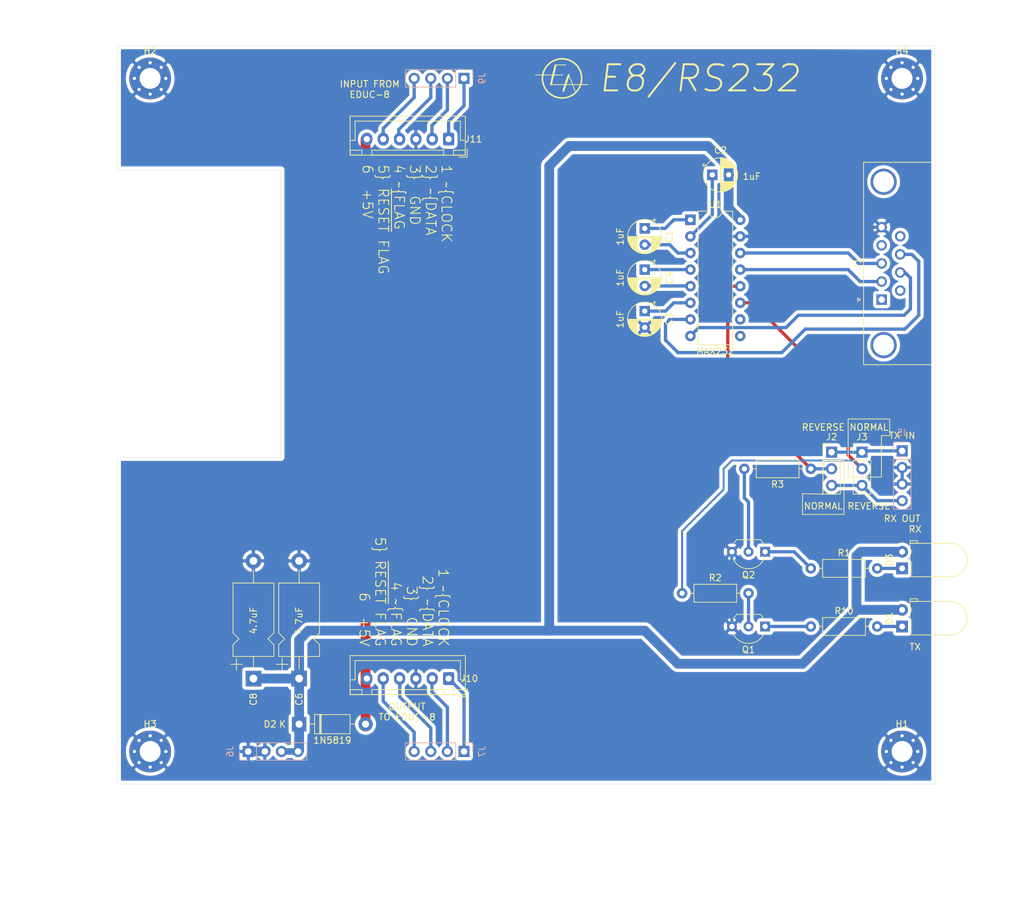
<source format=kicad_pcb>
(kicad_pcb (version 20171130) (host pcbnew "(5.1.10-1-10_14)")
  (layers (0 F.Cu signal) (31 B.Cu signal) (34 B.Paste user) (35 F.Paste user) (36 B.SilkS user) (37 F.SilkS user) (38 B.Mask user) (39 F.Mask user) (44 Edge.Cuts user))
  (net 0 "")
  (net 1 "Net-(J1-Pad9)")
  (net 2 "Net-(J1-Pad4)")
  (net 3 "Net-(D1-Pad1)")
  (net 4 +5V)
  (net 5 GND)
  (net 6 "Net-(C1-Pad1)")
  (net 7 "Net-(C2-Pad1)")
  (net 8 RX)
  (net 9 TX)
  (net 10 "Net-(C4-Pad1)")
  (net 11 rst)
  (net 12 flag)
  (net 13 data)
  (net 14 clock)
  (net 15 I_rst)
  (net 16 I_flag)
  (net 17 I_data)
  (net 18 I_clock)
  (net 19 "Net-(D2-Pad2)")
  (net 20 "Net-(C1-Pad2)")
  (net 21 "Net-(C3-Pad1)")
  (net 22 "Net-(C4-Pad2)")
  (net 23 CTS)
  (net 24 RTS)
  (net 25 "Net-(J1-Pad6)")
  (net 26 TX_D)
  (net 27 RX_D)
  (net 28 "Net-(J1-Pad1)")
  (net 29 "Net-(U1-Pad10)")
  (net 30 "Net-(U1-Pad9)")
  (net 31 "Net-(D3-Pad1)")
  (net 32 "Net-(Q1-Pad1)")
  (net 33 "Net-(Q1-Pad2)")
  (net 34 "Net-(Q2-Pad1)")
  (net 35 "Net-(Q2-Pad2)")
  (net 36 /RX_OUT)
  (net 37 /TX_IN)
  (module Connector_JST:JST_XH_B6B-XH-A_1x06_P2.50mm_Vertical (layer F.Cu) (at 80.645 34.29 180)
    (fp_text reference J11 (at -3.81 0) (layer F.SilkS))
    (fp_text value Conn_01x06_Male)
    (pad 6 thru_hole oval (at 12.5 0 180) (size 1.7 1.95) (drill 0.95) (layers *.Cu *.Mask) (net 19 "Net-(D2-Pad2)"))
    (pad 5 thru_hole oval (at 10 0 180) (size 1.7 1.95) (drill 0.95) (layers *.Cu *.Mask) (net 11 rst))
    (pad 4 thru_hole oval (at 7.5 0 180) (size 1.7 1.95) (drill 0.95) (layers *.Cu *.Mask) (net 12 flag))
    (pad 3 thru_hole oval (at 5 0 180) (size 1.7 1.95) (drill 0.95) (layers *.Cu *.Mask) (net 5 GND))
    (pad 2 thru_hole oval (at 2.5 0 180) (size 1.7 1.95) (drill 0.95) (layers *.Cu *.Mask) (net 13 data))
    (pad 1 thru_hole roundrect (at 0 0 180) (size 1.7 1.95) (drill 0.95) (layers *.Cu *.Mask) (roundrect_rratio 0.147059) (net 14 clock))
  )
  (module Connector_JST:JST_XH_B6B-XH-A_1x06_P2.50mm_Vertical (layer F.Cu) (at 80.645 116.84 180)
    (fp_text reference J10 (at -3.175 0) (layer F.SilkS))
    (fp_text value Conn_01x06_Male)
    (pad 6 thru_hole oval (at 12.5 0 180) (size 1.7 1.95) (drill 0.95) (layers *.Cu *.Mask) (net 19 "Net-(D2-Pad2)"))
    (pad 5 thru_hole oval (at 10 0 180) (size 1.7 1.95) (drill 0.95) (layers *.Cu *.Mask) (net 15 I_rst))
    (pad 4 thru_hole oval (at 7.5 0 180) (size 1.7 1.95) (drill 0.95) (layers *.Cu *.Mask) (net 16 I_flag))
    (pad 3 thru_hole oval (at 5 0 180) (size 1.7 1.95) (drill 0.95) (layers *.Cu *.Mask) (net 5 GND))
    (pad 2 thru_hole oval (at 2.5 0 180) (size 1.7 1.95) (drill 0.95) (layers *.Cu *.Mask) (net 17 I_data))
    (pad 1 thru_hole roundrect (at 0 0 180) (size 1.7 1.95) (drill 0.95) (layers *.Cu *.Mask) (roundrect_rratio 0.147059) (net 18 I_clock))
  )
  (module Connector_PinHeader_2.54mm:PinHeader_1x03_P2.54mm_Vertical (layer F.Cu) (at 143.87 82.2)
    (fp_text reference J3 (at 0 -2.33) (layer F.SilkS))
    (fp_text value Conn_01x03_Male)
    (pad 3 thru_hole oval (at 0 5.08) (size 1.7 1.7) (drill 1) (layers *.Cu *.Mask) (net 36 /RX_OUT))
    (pad 2 thru_hole oval (at 0 2.54) (size 1.7 1.7) (drill 1) (layers *.Cu *.Mask) (net 9 TX))
    (pad 1 thru_hole rect (at 0 0) (size 1.7 1.7) (drill 1) (layers *.Cu *.Mask) (net 37 /TX_IN))
  )
  (module Connector_PinHeader_2.54mm:PinHeader_1x03_P2.54mm_Vertical (layer F.Cu) (at 139.22 82.2)
    (fp_text reference J2 (at 0 -2.33) (layer F.SilkS))
    (fp_text value Conn_01x03_Male)
    (pad 3 thru_hole oval (at 0 5.08) (size 1.7 1.7) (drill 1) (layers *.Cu *.Mask) (net 36 /RX_OUT))
    (pad 2 thru_hole oval (at 0 2.54) (size 1.7 1.7) (drill 1) (layers *.Cu *.Mask) (net 8 RX))
    (pad 1 thru_hole rect (at 0 0) (size 1.7 1.7) (drill 1) (layers *.Cu *.Mask) (net 37 /TX_IN))
  )
  (module Resistor_THT:R_Axial_DIN0207_L6.3mm_D2.5mm_P10.16mm_Horizontal (layer F.Cu) (at 136.045 108.87)
    (fp_text reference R10 (at 5.08 -2.37) (layer F.SilkS))
    (fp_text value 180R)
    (pad 2 thru_hole oval (at 10.16 0) (size 1.6 1.6) (drill 0.8) (layers *.Cu *.Mask) (net 3 "Net-(D1-Pad1)"))
    (pad 1 thru_hole circle (at 0 0) (size 1.6 1.6) (drill 0.8) (layers *.Cu *.Mask) (net 32 "Net-(Q1-Pad1)"))
  )
  (module Resistor_THT:R_Axial_DIN0207_L6.3mm_D2.5mm_P10.16mm_Horizontal (layer F.Cu) (at 136.045 84.74 180)
    (fp_text reference R3 (at 5.08 -2.37) (layer F.SilkS))
    (fp_text value 4k7)
    (pad 2 thru_hole oval (at 10.16 0 180) (size 1.6 1.6) (drill 0.8) (layers *.Cu *.Mask) (net 35 "Net-(Q2-Pad2)"))
    (pad 1 thru_hole circle (at 0 0 180) (size 1.6 1.6) (drill 0.8) (layers *.Cu *.Mask) (net 8 RX))
  )
  (module Resistor_THT:R_Axial_DIN0207_L6.3mm_D2.5mm_P10.16mm_Horizontal (layer F.Cu) (at 116.36 103.79)
    (fp_text reference R2 (at 5.08 -2.37) (layer F.SilkS))
    (fp_text value 4k7)
    (pad 2 thru_hole oval (at 10.16 0) (size 1.6 1.6) (drill 0.8) (layers *.Cu *.Mask) (net 33 "Net-(Q1-Pad2)"))
    (pad 1 thru_hole circle (at 0 0) (size 1.6 1.6) (drill 0.8) (layers *.Cu *.Mask) (net 9 TX))
  )
  (module Resistor_THT:R_Axial_DIN0207_L6.3mm_D2.5mm_P10.16mm_Horizontal (layer F.Cu) (at 136.045 99.98)
    (fp_text reference R1 (at 5.08 -2.37) (layer F.SilkS))
    (fp_text value 180R)
    (pad 2 thru_hole oval (at 10.16 0) (size 1.6 1.6) (drill 0.8) (layers *.Cu *.Mask) (net 31 "Net-(D3-Pad1)"))
    (pad 1 thru_hole circle (at 0 0) (size 1.6 1.6) (drill 0.8) (layers *.Cu *.Mask) (net 34 "Net-(Q2-Pad1)"))
  )
  (module Package_TO_SOT_THT:TO-92_Inline_Wide (layer F.Cu) (at 129.06 97.44 180)
    (fp_text reference Q2 (at 2.54 -3.56) (layer F.SilkS))
    (fp_text value BC548)
    (pad 1 thru_hole rect (at 0 0 180) (size 1.5 1.5) (drill 0.8) (layers *.Cu *.Mask) (net 34 "Net-(Q2-Pad1)"))
    (pad 3 thru_hole circle (at 5.08 0 180) (size 1.5 1.5) (drill 0.8) (layers *.Cu *.Mask) (net 5 GND))
    (pad 2 thru_hole circle (at 2.54 0 180) (size 1.5 1.5) (drill 0.8) (layers *.Cu *.Mask) (net 35 "Net-(Q2-Pad2)"))
  )
  (module Package_TO_SOT_THT:TO-92_Inline_Wide (layer F.Cu) (at 129.06 108.87 180)
    (fp_text reference Q1 (at 2.54 -3.56) (layer F.SilkS))
    (fp_text value BC548)
    (pad 1 thru_hole rect (at 0 0 180) (size 1.5 1.5) (drill 0.8) (layers *.Cu *.Mask) (net 32 "Net-(Q1-Pad1)"))
    (pad 3 thru_hole circle (at 5.08 0 180) (size 1.5 1.5) (drill 0.8) (layers *.Cu *.Mask) (net 5 GND))
    (pad 2 thru_hole circle (at 2.54 0 180) (size 1.5 1.5) (drill 0.8) (layers *.Cu *.Mask) (net 33 "Net-(Q1-Pad2)"))
  )
  (module LED_THT:LED_D5.0mm_Horizontal_O1.27mm_Z3.0mm (layer F.Cu) (at 150.015 99.98 90)
    (fp_text reference D3 (at 1.27 -1.96 90) (layer F.SilkS))
    (fp_text value LED)
    (pad 2 thru_hole circle (at 2.54 0 90) (size 1.8 1.8) (drill 0.9) (layers *.Cu *.Mask) (net 4 +5V))
    (pad 1 thru_hole rect (at 0 0 90) (size 1.8 1.8) (drill 0.9) (layers *.Cu *.Mask) (net 31 "Net-(D3-Pad1)"))
  )
  (module LED_THT:LED_D5.0mm_Horizontal_O1.27mm_Z3.0mm (layer F.Cu) (at 150.015 108.87 90)
    (fp_text reference D1 (at 1.27 -1.96 90) (layer F.SilkS))
    (fp_text value LED)
    (pad 2 thru_hole circle (at 2.54 0 90) (size 1.8 1.8) (drill 0.9) (layers *.Cu *.Mask) (net 4 +5V))
    (pad 1 thru_hole rect (at 0 0 90) (size 1.8 1.8) (drill 0.9) (layers *.Cu *.Mask) (net 3 "Net-(D1-Pad1)"))
  )
  (module Connector_PinSocket_2.54mm:PinSocket_1x04_P2.54mm_Vertical (layer B.Cu) (at 150.015 82 180)
    (fp_text reference J5 (at 0 2.77) (layer B.SilkS) (effects (justify mirror)))
    (fp_text value Conn_01x04_Female)
    (pad 4 thru_hole oval (at 0 -7.62 180) (size 1.7 1.7) (drill 1) (layers *.Cu *.Mask) (net 36 /RX_OUT))
    (pad 3 thru_hole oval (at 0 -5.08 180) (size 1.7 1.7) (drill 1) (layers *.Cu *.Mask) (net 5 GND))
    (pad 2 thru_hole oval (at 0 -2.54 180) (size 1.7 1.7) (drill 1) (layers *.Cu *.Mask) (net 5 GND))
    (pad 1 thru_hole rect (at 0 0 180) (size 1.7 1.7) (drill 1) (layers *.Cu *.Mask) (net 37 /TX_IN))
  )
  (module Package_DIP:DIP-16_W7.62mm (layer F.Cu) (at 117.63 46.64)
    (fp_text reference U1 (at 3.81 -2.33) (layer F.SilkS))
    (fp_text value MAX232 (at 3.81 20.11) (layer F.SilkS))
    (pad 16 thru_hole oval (at 7.62 0) (size 1.6 1.6) (drill 0.8) (layers *.Cu *.Mask) (net 4 +5V))
    (pad 8 thru_hole oval (at 0 17.78) (size 1.6 1.6) (drill 0.8) (layers *.Cu *.Mask) (net 24 RTS))
    (pad 15 thru_hole oval (at 7.62 2.54) (size 1.6 1.6) (drill 0.8) (layers *.Cu *.Mask) (net 5 GND))
    (pad 7 thru_hole oval (at 0 15.24) (size 1.6 1.6) (drill 0.8) (layers *.Cu *.Mask) (net 23 CTS))
    (pad 14 thru_hole oval (at 7.62 5.08) (size 1.6 1.6) (drill 0.8) (layers *.Cu *.Mask) (net 26 TX_D))
    (pad 6 thru_hole oval (at 0 12.7) (size 1.6 1.6) (drill 0.8) (layers *.Cu *.Mask) (net 21 "Net-(C3-Pad1)"))
    (pad 13 thru_hole oval (at 7.62 7.62) (size 1.6 1.6) (drill 0.8) (layers *.Cu *.Mask) (net 27 RX_D))
    (pad 5 thru_hole oval (at 0 10.16) (size 1.6 1.6) (drill 0.8) (layers *.Cu *.Mask) (net 22 "Net-(C4-Pad2)"))
    (pad 12 thru_hole oval (at 7.62 10.16) (size 1.6 1.6) (drill 0.8) (layers *.Cu *.Mask) (net 8 RX))
    (pad 4 thru_hole oval (at 0 7.62) (size 1.6 1.6) (drill 0.8) (layers *.Cu *.Mask) (net 10 "Net-(C4-Pad1)"))
    (pad 11 thru_hole oval (at 7.62 12.7) (size 1.6 1.6) (drill 0.8) (layers *.Cu *.Mask) (net 9 TX))
    (pad 3 thru_hole oval (at 0 5.08) (size 1.6 1.6) (drill 0.8) (layers *.Cu *.Mask) (net 20 "Net-(C1-Pad2)"))
    (pad 10 thru_hole oval (at 7.62 15.24) (size 1.6 1.6) (drill 0.8) (layers *.Cu *.Mask) (net 29 "Net-(U1-Pad10)"))
    (pad 2 thru_hole oval (at 0 2.54) (size 1.6 1.6) (drill 0.8) (layers *.Cu *.Mask) (net 7 "Net-(C2-Pad1)"))
    (pad 9 thru_hole oval (at 7.62 17.78) (size 1.6 1.6) (drill 0.8) (layers *.Cu *.Mask) (net 30 "Net-(U1-Pad9)"))
    (pad 1 thru_hole rect (at 0 0) (size 1.6 1.6) (drill 0.8) (layers *.Cu *.Mask) (net 6 "Net-(C1-Pad1)"))
  )
  (module Connector_Dsub:DSUB-9_Male_Horizontal_P2.77x2.84mm_EdgePinOffset4.94mm_Housed_MountingHolesOffset7.48mm (layer F.Cu) (at 146.88 58.855 90)
    (fp_text reference J1 (at 5.54 -3.7 90) (layer F.SilkS))
    (fp_text value DB9_Male)
    (pad 0 thru_hole circle (at 18.04 0.3 90) (size 4 4) (drill 3.2) (layers *.Cu *.Mask))
    (pad 0 thru_hole circle (at -6.96 0.3 90) (size 4 4) (drill 3.2) (layers *.Cu *.Mask))
    (pad 9 thru_hole circle (at 9.695 2.84 90) (size 1.6 1.6) (drill 1) (layers *.Cu *.Mask) (net 1 "Net-(J1-Pad9)"))
    (pad 8 thru_hole circle (at 6.925 2.84 90) (size 1.6 1.6) (drill 1) (layers *.Cu *.Mask) (net 23 CTS))
    (pad 7 thru_hole circle (at 4.155 2.84 90) (size 1.6 1.6) (drill 1) (layers *.Cu *.Mask) (net 24 RTS))
    (pad 6 thru_hole circle (at 1.385 2.84 90) (size 1.6 1.6) (drill 1) (layers *.Cu *.Mask) (net 25 "Net-(J1-Pad6)"))
    (pad 5 thru_hole circle (at 11.08 0 90) (size 1.6 1.6) (drill 1) (layers *.Cu *.Mask) (net 5 GND))
    (pad 4 thru_hole circle (at 8.31 0 90) (size 1.6 1.6) (drill 1) (layers *.Cu *.Mask) (net 2 "Net-(J1-Pad4)"))
    (pad 3 thru_hole circle (at 5.54 0 90) (size 1.6 1.6) (drill 1) (layers *.Cu *.Mask) (net 26 TX_D))
    (pad 2 thru_hole circle (at 2.77 0 90) (size 1.6 1.6) (drill 1) (layers *.Cu *.Mask) (net 27 RX_D))
    (pad 1 thru_hole rect (at 0 0 90) (size 1.6 1.6) (drill 1) (layers *.Cu *.Mask) (net 28 "Net-(J1-Pad1)"))
  )
  (module Capacitor_THT:CP_Radial_D5.0mm_P2.50mm (layer F.Cu) (at 110.645 54.26 270)
    (fp_text reference C4 (at 1.25 -3.75 90) (layer F.SilkS))
    (fp_text value 1uF (at 1.25 3.75 90) (layer F.SilkS))
    (pad 2 thru_hole circle (at 2.5 0 270) (size 1.6 1.6) (drill 0.8) (layers *.Cu *.Mask) (net 22 "Net-(C4-Pad2)"))
    (pad 1 thru_hole rect (at 0 0 270) (size 1.6 1.6) (drill 0.8) (layers *.Cu *.Mask) (net 10 "Net-(C4-Pad1)"))
  )
  (module Capacitor_THT:CP_Radial_D5.0mm_P2.50mm (layer F.Cu) (at 110.645 60.61 270)
    (fp_text reference C3 (at 1.25 -3.75 90) (layer F.SilkS))
    (fp_text value 1uF (at 1.25 3.75 270) (layer F.SilkS))
    (pad 2 thru_hole circle (at 2.5 0 270) (size 1.6 1.6) (drill 0.8) (layers *.Cu *.Mask) (net 5 GND))
    (pad 1 thru_hole rect (at 0 0 270) (size 1.6 1.6) (drill 0.8) (layers *.Cu *.Mask) (net 21 "Net-(C3-Pad1)"))
  )
  (module Capacitor_THT:CP_Radial_D5.0mm_P2.50mm (layer F.Cu) (at 120.98 39.755)
    (fp_text reference C2 (at 1.25 -3.75) (layer F.SilkS))
    (fp_text value 1uF (at 6.02 0.245) (layer F.SilkS))
    (pad 2 thru_hole circle (at 2.5 0) (size 1.6 1.6) (drill 0.8) (layers *.Cu *.Mask) (net 4 +5V))
    (pad 1 thru_hole rect (at 0 0) (size 1.6 1.6) (drill 0.8) (layers *.Cu *.Mask) (net 7 "Net-(C2-Pad1)"))
  )
  (module Capacitor_THT:CP_Radial_D5.0mm_P2.50mm (layer F.Cu) (at 110.645 47.95 270)
    (fp_text reference C1 (at 1.25 -3.75 90) (layer F.SilkS))
    (fp_text value 1uF (at 1.25 3.75 90) (layer F.SilkS))
    (pad 2 thru_hole circle (at 2.5 0 270) (size 1.6 1.6) (drill 0.8) (layers *.Cu *.Mask) (net 20 "Net-(C1-Pad2)"))
    (pad 1 thru_hole rect (at 0 0 270) (size 1.6 1.6) (drill 0.8) (layers *.Cu *.Mask) (net 6 "Net-(C1-Pad1)"))
  )
  (module Diode_THT:D_DO-41_SOD81_P10.16mm_Horizontal (layer F.Cu) (at 57.785 123.825)
    (fp_text reference D2 (at -4.445 0) (layer F.SilkS))
    (fp_text value 1N5819 (at 5.08 2.47) (layer F.SilkS))
    (fp_text user K (at -2.54 0) (layer F.SilkS))
    (pad 2 thru_hole oval (at 10.16 0) (size 2.2 2.2) (drill 1.1) (layers *.Cu *.Mask) (net 19 "Net-(D2-Pad2)"))
    (pad 1 thru_hole rect (at 0 0) (size 2.2 2.2) (drill 1.1) (layers *.Cu *.Mask) (net 4 +5V))
  )
  (module Capacitor_THT:CP_Axial_L11.0mm_D6.0mm_P18.00mm_Horizontal (layer F.Cu) (at 50.8 116.84 90)
    (fp_text reference C8 (at -3.175 0 90) (layer F.SilkS))
    (fp_text value 4.7uF (at 8.89 0 90) (layer F.SilkS))
    (pad 2 thru_hole oval (at 18 0 90) (size 2.4 2.4) (drill 1.2) (layers *.Cu *.Mask) (net 5 GND))
    (pad 1 thru_hole rect (at 0 0 90) (size 2.4 2.4) (drill 1.2) (layers *.Cu *.Mask) (net 4 +5V))
  )
  (module Capacitor_THT:CP_Axial_L11.0mm_D6.0mm_P18.00mm_Horizontal (layer F.Cu) (at 57.785 116.84 90)
    (fp_text reference C6 (at -3.175 0 90) (layer F.SilkS))
    (fp_text value 4.7uF (at 8.89 0 90) (layer F.SilkS))
    (pad 2 thru_hole oval (at 18 0 90) (size 2.4 2.4) (drill 1.2) (layers *.Cu *.Mask) (net 5 GND))
    (pad 1 thru_hole rect (at 0 0 90) (size 2.4 2.4) (drill 1.2) (layers *.Cu *.Mask) (net 4 +5V))
  )
  (module EDUC-8:EA_Symbol (layer F.Cu) (at 98 25)
    (fp_text reference REF** hide)
    (fp_text value EA_Symbol hide)
  )
  (module Connector_PinSocket_2.54mm:PinSocket_1x04_P2.54mm_Vertical (layer B.Cu) (at 83 25 90)
    (fp_text reference J9 (at 0 2.77 -90) (layer B.SilkS) (effects (justify mirror)))
    (fp_text value Conn_01x04_Female hide)
    (pad 4 thru_hole oval (at 0 -7.62 90) (size 1.7 1.7) (drill 1) (layers *.Cu *.Mask) (net 11 rst))
    (pad 3 thru_hole oval (at 0 -5.08 90) (size 1.7 1.7) (drill 1) (layers *.Cu *.Mask) (net 12 flag))
    (pad 2 thru_hole oval (at 0 -2.54 90) (size 1.7 1.7) (drill 1) (layers *.Cu *.Mask) (net 13 data))
    (pad 1 thru_hole rect (at 0 0 90) (size 1.7 1.7) (drill 1) (layers *.Cu *.Mask) (net 14 clock))
  )
  (module Connector_PinSocket_2.54mm:PinSocket_1x04_P2.54mm_Vertical (layer B.Cu) (at 83 128 90)
    (fp_text reference J7 (at 0 2.77 -90) (layer B.SilkS) (effects (justify mirror)))
    (fp_text value Conn_01x04_Female)
    (pad 4 thru_hole oval (at 0 -7.62 90) (size 1.7 1.7) (drill 1) (layers *.Cu *.Mask) (net 15 I_rst))
    (pad 3 thru_hole oval (at 0 -5.08 90) (size 1.7 1.7) (drill 1) (layers *.Cu *.Mask) (net 16 I_flag))
    (pad 2 thru_hole oval (at 0 -2.54 90) (size 1.7 1.7) (drill 1) (layers *.Cu *.Mask) (net 17 I_data))
    (pad 1 thru_hole rect (at 0 0 90) (size 1.7 1.7) (drill 1) (layers *.Cu *.Mask) (net 18 I_clock))
  )
  (module Connector_PinSocket_2.54mm:PinSocket_1x04_P2.54mm_Vertical (layer B.Cu) (at 50 128 270)
    (fp_text reference J6 (at 0 2.77 270) (layer B.SilkS) (effects (justify mirror)))
    (fp_text value Conn_01x04_Female)
    (pad 4 thru_hole oval (at 0 -7.62 270) (size 1.7 1.7) (drill 1) (layers *.Cu *.Mask) (net 4 +5V))
    (pad 3 thru_hole oval (at 0 -5.08 270) (size 1.7 1.7) (drill 1) (layers *.Cu *.Mask) (net 4 +5V))
    (pad 2 thru_hole oval (at 0 -2.54 270) (size 1.7 1.7) (drill 1) (layers *.Cu *.Mask) (net 5 GND))
    (pad 1 thru_hole rect (at 0 0 270) (size 1.7 1.7) (drill 1) (layers *.Cu *.Mask) (net 5 GND))
  )
  (module MountingHole:MountingHole_3.2mm_M3_Pad_Via (layer F.Cu) (at 150 25)
    (fp_text reference H4 (at 0 -4.2) (layer F.SilkS))
    (fp_text value M3)
    (pad 1 thru_hole circle (at 1.697056 -1.697056) (size 0.8 0.8) (drill 0.5) (layers *.Cu *.Mask) (net 5 GND))
    (pad 1 thru_hole circle (at 0 -2.4) (size 0.8 0.8) (drill 0.5) (layers *.Cu *.Mask) (net 5 GND))
    (pad 1 thru_hole circle (at -1.697056 -1.697056) (size 0.8 0.8) (drill 0.5) (layers *.Cu *.Mask) (net 5 GND))
    (pad 1 thru_hole circle (at -2.4 0) (size 0.8 0.8) (drill 0.5) (layers *.Cu *.Mask) (net 5 GND))
    (pad 1 thru_hole circle (at -1.697056 1.697056) (size 0.8 0.8) (drill 0.5) (layers *.Cu *.Mask) (net 5 GND))
    (pad 1 thru_hole circle (at 0 2.4) (size 0.8 0.8) (drill 0.5) (layers *.Cu *.Mask) (net 5 GND))
    (pad 1 thru_hole circle (at 1.697056 1.697056) (size 0.8 0.8) (drill 0.5) (layers *.Cu *.Mask) (net 5 GND))
    (pad 1 thru_hole circle (at 2.4 0) (size 0.8 0.8) (drill 0.5) (layers *.Cu *.Mask) (net 5 GND))
    (pad 1 thru_hole circle (at 0 0) (size 6.4 6.4) (drill 3.2) (layers *.Cu *.Mask) (net 5 GND))
  )
  (module MountingHole:MountingHole_3.2mm_M3_Pad_Via (layer F.Cu) (at 35 128)
    (fp_text reference H3 (at 0 -4.2) (layer F.SilkS))
    (fp_text value M3)
    (pad 1 thru_hole circle (at 1.697056 -1.697056) (size 0.8 0.8) (drill 0.5) (layers *.Cu *.Mask) (net 5 GND))
    (pad 1 thru_hole circle (at 0 -2.4) (size 0.8 0.8) (drill 0.5) (layers *.Cu *.Mask) (net 5 GND))
    (pad 1 thru_hole circle (at -1.697056 -1.697056) (size 0.8 0.8) (drill 0.5) (layers *.Cu *.Mask) (net 5 GND))
    (pad 1 thru_hole circle (at -2.4 0) (size 0.8 0.8) (drill 0.5) (layers *.Cu *.Mask) (net 5 GND))
    (pad 1 thru_hole circle (at -1.697056 1.697056) (size 0.8 0.8) (drill 0.5) (layers *.Cu *.Mask) (net 5 GND))
    (pad 1 thru_hole circle (at 0 2.4) (size 0.8 0.8) (drill 0.5) (layers *.Cu *.Mask) (net 5 GND))
    (pad 1 thru_hole circle (at 1.697056 1.697056) (size 0.8 0.8) (drill 0.5) (layers *.Cu *.Mask) (net 5 GND))
    (pad 1 thru_hole circle (at 2.4 0) (size 0.8 0.8) (drill 0.5) (layers *.Cu *.Mask) (net 5 GND))
    (pad 1 thru_hole circle (at 0 0) (size 6.4 6.4) (drill 3.2) (layers *.Cu *.Mask) (net 5 GND))
  )
  (module MountingHole:MountingHole_3.2mm_M3_Pad_Via (layer F.Cu) (at 35 25)
    (fp_text reference H2 (at 0 -4.2) (layer F.SilkS))
    (fp_text value M3)
    (pad 1 thru_hole circle (at 1.697056 -1.697056) (size 0.8 0.8) (drill 0.5) (layers *.Cu *.Mask) (net 5 GND))
    (pad 1 thru_hole circle (at 0 -2.4) (size 0.8 0.8) (drill 0.5) (layers *.Cu *.Mask) (net 5 GND))
    (pad 1 thru_hole circle (at -1.697056 -1.697056) (size 0.8 0.8) (drill 0.5) (layers *.Cu *.Mask) (net 5 GND))
    (pad 1 thru_hole circle (at -2.4 0) (size 0.8 0.8) (drill 0.5) (layers *.Cu *.Mask) (net 5 GND))
    (pad 1 thru_hole circle (at -1.697056 1.697056) (size 0.8 0.8) (drill 0.5) (layers *.Cu *.Mask) (net 5 GND))
    (pad 1 thru_hole circle (at 0 2.4) (size 0.8 0.8) (drill 0.5) (layers *.Cu *.Mask) (net 5 GND))
    (pad 1 thru_hole circle (at 1.697056 1.697056) (size 0.8 0.8) (drill 0.5) (layers *.Cu *.Mask) (net 5 GND))
    (pad 1 thru_hole circle (at 2.4 0) (size 0.8 0.8) (drill 0.5) (layers *.Cu *.Mask) (net 5 GND))
    (pad 1 thru_hole circle (at 0 0) (size 6.4 6.4) (drill 3.2) (layers *.Cu *.Mask) (net 5 GND))
  )
  (module MountingHole:MountingHole_3.2mm_M3_Pad_Via (layer F.Cu) (at 150 128)
    (fp_text reference H1 (at 0 -4.2) (layer F.SilkS))
    (fp_text value M3)
    (pad 1 thru_hole circle (at 1.697056 -1.697056) (size 0.8 0.8) (drill 0.5) (layers *.Cu *.Mask) (net 5 GND))
    (pad 1 thru_hole circle (at 0 -2.4) (size 0.8 0.8) (drill 0.5) (layers *.Cu *.Mask) (net 5 GND))
    (pad 1 thru_hole circle (at -1.697056 -1.697056) (size 0.8 0.8) (drill 0.5) (layers *.Cu *.Mask) (net 5 GND))
    (pad 1 thru_hole circle (at -2.4 0) (size 0.8 0.8) (drill 0.5) (layers *.Cu *.Mask) (net 5 GND))
    (pad 1 thru_hole circle (at -1.697056 1.697056) (size 0.8 0.8) (drill 0.5) (layers *.Cu *.Mask) (net 5 GND))
    (pad 1 thru_hole circle (at 0 2.4) (size 0.8 0.8) (drill 0.5) (layers *.Cu *.Mask) (net 5 GND))
    (pad 1 thru_hole circle (at 1.697056 1.697056) (size 0.8 0.8) (drill 0.5) (layers *.Cu *.Mask) (net 5 GND))
    (pad 1 thru_hole circle (at 2.4 0) (size 0.8 0.8) (drill 0.5) (layers *.Cu *.Mask) (net 5 GND))
    (pad 1 thru_hole circle (at 0 0) (size 6.4 6.4) (drill 3.2) (layers *.Cu *.Mask) (net 5 GND))
  )
  (gr_text "1 ~CLOCK\n2 ~DATA\n3  GND\n4 ~FLAG\n5 ~RESET FLAG\n6  +5V" (at 73.815 112.045 -90) (layer F.SilkS) (effects (font (size 1.5 1.5)) (justify right)))
  (gr_line (start 137.89 83.47) (end 141.125 83.47) (layer F.SilkS) (width 0.12))
  (gr_line (start 137.89 88.61) (end 137.89 83.47) (layer F.SilkS) (width 0.12))
  (gr_line (start 134.775 88.55) (end 137.89 88.61) (layer F.SilkS) (width 0.12))
  (gr_line (start 134.775 91.725) (end 134.775 88.55) (layer F.SilkS) (width 0.12))
  (gr_line (start 141.125 91.725) (end 134.775 91.725) (layer F.SilkS) (width 0.12))
  (gr_line (start 141.125 83.47) (end 141.125 91.725) (layer F.SilkS) (width 0.12))
  (gr_line (start 148.11 79.66) (end 146.84 79.66) (layer F.SilkS) (width 0.12))
  (gr_line (start 148.11 77.12) (end 148.11 79.66) (layer F.SilkS) (width 0.12))
  (gr_line (start 141.76 77.12) (end 148.11 77.12) (layer F.SilkS) (width 0.12))
  (gr_line (start 141.76 77.755) (end 141.76 77.12) (layer F.SilkS) (width 0.12))
  (gr_line (start 141.76 86.01) (end 144.935 86.01) (layer F.SilkS) (width 0.12))
  (gr_line (start 141.76 77.755) (end 141.76 86.01) (layer F.SilkS) (width 0.12))
  (gr_line (start 146.84 86.01) (end 144.935 86.01) (layer F.SilkS) (width 0.12))
  (gr_line (start 146.84 79.66) (end 146.84 86.01) (layer F.SilkS) (width 0.12))
  (gr_text REVERSE (at 137.95 78.39) (layer F.SilkS) (effects (font (size 1 1))))
  (gr_text REVERSE (at 144.935 90.455) (layer F.SilkS) (effects (font (size 1 1))))
  (gr_text NORMAL (at 144.935 78.39) (layer F.SilkS) (effects (font (size 1 1))))
  (gr_text NORMAL (at 137.95 90.455) (layer F.SilkS) (effects (font (size 1 1))))
  (gr_text "RX OUT" (at 150.015 92.36) (layer F.SilkS) (effects (font (size 1 1))))
  (gr_text "TX IN" (at 150.015 79.66) (layer F.SilkS) (effects (font (size 1 1))))
  (gr_text RX (at 152 94) (layer F.SilkS) (effects (font (size 1 1))))
  (gr_text TX (at 152 112) (layer F.SilkS) (effects (font (size 1 1))))
  (gr_text "1 ~CLOCK\n2 ~DATA\n3  GND\n4 ~FLAG\n5 ~RESET FLAG\n6  +5V" (at 74.295 38.1 -90) (layer F.SilkS) (effects (font (size 1.5 1.5)) (justify left)))
  (gr_text E8/RS232 (at 119 25) (layer F.SilkS) (effects (font (size 4 4) (thickness 0.3) italic)))
  (gr_text "OUTPUT\nTO EDUC-8" (at 74.295 121.92) (layer F.SilkS) (effects (font (size 1 1))))
  (gr_text "INPUT FROM\nEDUC-8" (at 68.58 26.67) (layer F.SilkS) (effects (font (size 1 1))))
  (gr_line (start 55 39) (end 55 83) (layer Edge.Cuts) (width 0.05))
  (gr_line (start 30 39) (end 55 39) (layer Edge.Cuts) (width 0.05))
  (gr_line (start 30 33) (end 30 39) (layer Edge.Cuts) (width 0.05))
  (gr_line (start 30 33) (end 30 20) (layer Edge.Cuts) (width 0.05))
  (gr_line (start 30 83) (end 55 83) (layer Edge.Cuts) (width 0.05))
  (gr_line (start 30 133) (end 30 83) (layer Edge.Cuts) (width 0.05))
  (gr_line (start 155 133) (end 30 133) (layer Edge.Cuts) (width 0.05))
  (gr_line (start 155 20) (end 155 133) (layer Edge.Cuts) (width 0.05))
  (gr_line (start 30 20) (end 155 20) (layer Edge.Cuts) (width 0.05))
  (segment (start 146.205 108.87) (end 150.015 108.87) (width 0.5) (layer B.Cu) (net 3))
  (segment (start 57.54 127.92) (end 57.62 128) (width 1) (layer B.Cu) (net 4))
  (segment (start 55.08 128) (end 57.62 128) (width 1) (layer B.Cu) (net 4))
  (segment (start 50.8 116.84) (end 57.785 116.84) (width 1.5) (layer B.Cu) (net 4))
  (segment (start 57.785 127.835) (end 57.62 128) (width 1.5) (layer B.Cu) (net 4))
  (segment (start 57.785 123.825) (end 57.785 127.835) (width 1.5) (layer B.Cu) (net 4))
  (segment (start 57.785 116.84) (end 57.785 123.825) (width 1.5) (layer B.Cu) (net 4))
  (segment (start 57.785 116.84) (end 57.785 110.93) (width 1.5) (layer B.Cu) (net 4))
  (segment (start 57.785 110.93) (end 59.21 109.505) (width 1.5) (layer B.Cu) (net 4))
  (segment (start 110.645 109.505) (end 115.725 114.585) (width 1.5) (layer B.Cu) (net 4))
  (segment (start 115.725 114.585) (end 134.775 114.585) (width 1.5) (layer B.Cu) (net 4))
  (segment (start 143.03 106.33) (end 150.015 106.33) (width 1.5) (layer B.Cu) (net 4))
  (segment (start 134.775 114.585) (end 143.03 106.33) (width 1.5) (layer B.Cu) (net 4))
  (segment (start 143.03 106.33) (end 143.03 98.075) (width 1.5) (layer B.Cu) (net 4))
  (segment (start 143.665 97.44) (end 150.015 97.44) (width 1.5) (layer B.Cu) (net 4))
  (segment (start 143.03 98.075) (end 143.665 97.44) (width 1.5) (layer B.Cu) (net 4))
  (segment (start 123.48 44.87) (end 125.25 46.64) (width 1.5) (layer B.Cu) (net 4))
  (segment (start 123.48 39.755) (end 123.48 44.87) (width 1.5) (layer B.Cu) (net 4))
  (segment (start 96.04 109.505) (end 110.645 109.505) (width 1.5) (layer B.Cu) (net 4))
  (segment (start 59.21 109.505) (end 96.04 109.505) (width 1.5) (layer B.Cu) (net 4))
  (segment (start 99.08 35.345) (end 96.04 38.385) (width 1.5) (layer B.Cu) (net 4))
  (segment (start 123.48 38.52) (end 120.305 35.345) (width 1.5) (layer B.Cu) (net 4))
  (segment (start 96.04 38.385) (end 96.04 109.505) (width 1.5) (layer B.Cu) (net 4))
  (segment (start 120.305 35.345) (end 99.08 35.345) (width 1.5) (layer B.Cu) (net 4))
  (segment (start 123.48 39.755) (end 123.48 38.52) (width 1.5) (layer B.Cu) (net 4))
  (segment (start 52.705 127.835) (end 52.54 128) (width 1.5) (layer B.Cu) (net 5))
  (segment (start 52.54 128) (end 50 128) (width 1.5) (layer B.Cu) (net 5))
  (segment (start 125.25 49.18) (end 133.505 49.18) (width 0.5) (layer B.Cu) (net 5))
  (segment (start 134.91 47.775) (end 146.88 47.775) (width 0.5) (layer B.Cu) (net 5))
  (segment (start 133.505 49.18) (end 134.91 47.775) (width 0.5) (layer B.Cu) (net 5))
  (segment (start 123.98 97.44) (end 123.98 108.87) (width 0.5) (layer B.Cu) (net 5))
  (segment (start 110.645 47.95) (end 113.78 47.95) (width 0.5) (layer B.Cu) (net 6))
  (segment (start 115.09 46.64) (end 117.63 46.64) (width 0.5) (layer B.Cu) (net 6))
  (segment (start 113.78 47.95) (end 115.09 46.64) (width 0.5) (layer B.Cu) (net 6))
  (segment (start 120.98 45.83) (end 117.63 49.18) (width 0.5) (layer B.Cu) (net 7))
  (segment (start 120.98 39.755) (end 120.98 45.83) (width 0.5) (layer B.Cu) (net 7))
  (segment (start 127.155 59.34) (end 125.25 59.34) (width 0.5) (layer F.Cu) (net 9))
  (segment (start 150.015 82) (end 149.815 82) (width 0.5) (layer F.Cu) (net 37))
  (segment (start 116.36 94.265) (end 116.36 103.79) (width 0.3) (layer B.Cu) (net 9))
  (segment (start 110.645 54.26) (end 117.63 54.26) (width 0.5) (layer B.Cu) (net 10))
  (segment (start 110.645 50.45) (end 114.455 50.45) (width 0.5) (layer B.Cu) (net 20))
  (segment (start 115.725 51.72) (end 117.63 51.72) (width 0.5) (layer B.Cu) (net 20))
  (segment (start 114.455 50.45) (end 115.725 51.72) (width 0.5) (layer B.Cu) (net 20))
  (segment (start 110.645 60.61) (end 113.82 60.61) (width 0.5) (layer B.Cu) (net 21))
  (segment (start 115.09 59.34) (end 117.63 59.34) (width 0.5) (layer B.Cu) (net 21))
  (segment (start 113.82 60.61) (end 115.09 59.34) (width 0.5) (layer B.Cu) (net 21))
  (segment (start 117.59 56.76) (end 117.63 56.8) (width 0.5) (layer B.Cu) (net 22))
  (segment (start 110.645 56.76) (end 117.59 56.76) (width 0.5) (layer B.Cu) (net 22))
  (segment (start 113.82 65.055) (end 113.82 62.515) (width 0.5) (layer B.Cu) (net 23))
  (segment (start 131.6 66.96) (end 115.725 66.96) (width 0.5) (layer B.Cu) (net 23))
  (segment (start 135.195001 63.364999) (end 131.6 66.96) (width 0.5) (layer B.Cu) (net 23))
  (segment (start 150.435001 63.364999) (end 135.195001 63.364999) (width 0.5) (layer B.Cu) (net 23))
  (segment (start 152.555 61.245) (end 150.435001 63.364999) (width 0.5) (layer B.Cu) (net 23))
  (segment (start 114.455 61.88) (end 117.63 61.88) (width 0.5) (layer B.Cu) (net 23))
  (segment (start 113.82 62.515) (end 114.455 61.88) (width 0.5) (layer B.Cu) (net 23))
  (segment (start 115.725 66.96) (end 113.82 65.055) (width 0.5) (layer B.Cu) (net 23))
  (segment (start 152.555 52.99) (end 152.555 61.245) (width 0.5) (layer B.Cu) (net 23))
  (segment (start 151.495 51.93) (end 152.555 52.99) (width 0.5) (layer B.Cu) (net 23))
  (segment (start 149.72 51.93) (end 151.495 51.93) (width 0.5) (layer B.Cu) (net 23))
  (segment (start 118.919999 63.130001) (end 118.429999 63.620001) (width 0.5) (layer B.Cu) (net 24))
  (segment (start 132.254999 63.130001) (end 118.919999 63.130001) (width 0.5) (layer B.Cu) (net 24))
  (segment (start 134.14 61.245) (end 132.254999 63.130001) (width 0.5) (layer B.Cu) (net 24))
  (segment (start 150.455 54.7) (end 151.285 55.53) (width 0.5) (layer B.Cu) (net 24))
  (segment (start 151.285 55.53) (end 151.285 60.286037) (width 0.5) (layer B.Cu) (net 24))
  (segment (start 150.326037 61.245) (end 134.14 61.245) (width 0.5) (layer B.Cu) (net 24))
  (segment (start 118.429999 63.620001) (end 117.63 64.42) (width 0.5) (layer B.Cu) (net 24))
  (segment (start 151.285 60.286037) (end 150.326037 61.245) (width 0.5) (layer B.Cu) (net 24))
  (segment (start 149.72 54.7) (end 150.455 54.7) (width 0.5) (layer B.Cu) (net 24))
  (segment (start 125.25 51.72) (end 141.76 51.72) (width 0.5) (layer B.Cu) (net 26))
  (segment (start 143.355 53.315) (end 146.88 53.315) (width 0.5) (layer B.Cu) (net 26))
  (segment (start 141.76 51.72) (end 143.355 53.315) (width 0.5) (layer B.Cu) (net 26))
  (segment (start 125.25 54.26) (end 141.76 54.26) (width 0.5) (layer B.Cu) (net 27))
  (segment (start 143.585 56.085) (end 146.88 56.085) (width 0.5) (layer B.Cu) (net 27))
  (segment (start 141.76 54.26) (end 143.585 56.085) (width 0.5) (layer B.Cu) (net 27))
  (segment (start 146.205 99.98) (end 150.015 99.98) (width 0.5) (layer B.Cu) (net 31))
  (segment (start 129.06 108.87) (end 136.045 108.87) (width 0.5) (layer B.Cu) (net 32))
  (segment (start 126.52 108.87) (end 126.52 103.79) (width 0.5) (layer B.Cu) (net 33))
  (segment (start 133.505 97.44) (end 136.045 99.98) (width 0.5) (layer B.Cu) (net 34))
  (segment (start 129.06 97.44) (end 133.505 97.44) (width 0.5) (layer B.Cu) (net 34))
  (segment (start 126.52 92.36) (end 126.52 97.44) (width 0.5) (layer B.Cu) (net 35))
  (segment (start 126.52 89.82) (end 126.52 92.36) (width 0.5) (layer B.Cu) (net 35))
  (segment (start 136.045 84.74) (end 139.22 84.74) (width 0.5) (layer B.Cu) (net 8))
  (segment (start 123.98 56.8) (end 123.345 57.435) (width 0.5) (layer F.Cu) (net 8))
  (segment (start 123.345 72.04) (end 136.045 84.74) (width 0.5) (layer F.Cu) (net 8))
  (segment (start 123.345 57.435) (end 123.345 72.04) (width 0.5) (layer F.Cu) (net 8))
  (segment (start 125.25 56.8) (end 123.98 56.8) (width 0.5) (layer F.Cu) (net 8))
  (segment (start 116.36 94.265) (end 121.44 89.185) (width 0.3) (layer B.Cu) (net 9))
  (segment (start 121.44 89.185) (end 122.71 87.915) (width 0.3) (layer B.Cu) (net 9))
  (segment (start 122.71 87.915) (end 122.71 84.74) (width 0.3) (layer B.Cu) (net 9))
  (segment (start 143.87 84.74) (end 142.6 83.47) (width 0.3) (layer B.Cu) (net 9))
  (segment (start 123.98 83.47) (end 122.71 84.74) (width 0.3) (layer B.Cu) (net 9))
  (segment (start 142.6 83.47) (end 123.98 83.47) (width 0.3) (layer B.Cu) (net 9))
  (segment (start 143.87 84.74) (end 141.76 82.63) (width 0.5) (layer F.Cu) (net 9))
  (segment (start 141.76 73.945) (end 127.155 59.34) (width 0.5) (layer F.Cu) (net 9))
  (segment (start 141.76 82.63) (end 141.76 73.945) (width 0.5) (layer F.Cu) (net 9))
  (segment (start 75.38 27.93) (end 75.38 25) (width 0.5) (layer B.Cu) (net 11))
  (segment (start 70.645 32.665) (end 75.38 27.93) (width 0.5) (layer B.Cu) (net 11))
  (segment (start 70.645 34.29) (end 70.645 32.665) (width 0.5) (layer B.Cu) (net 11))
  (segment (start 70.485 34.29) (end 70.645 34.29) (width 0.5) (layer B.Cu) (net 11))
  (segment (start 73.025 32.825) (end 77.92 27.93) (width 0.5) (layer B.Cu) (net 12))
  (segment (start 77.92 27.93) (end 77.92 25) (width 0.5) (layer B.Cu) (net 12))
  (segment (start 73.025 34.29) (end 73.025 32.825) (width 0.5) (layer B.Cu) (net 12))
  (segment (start 78.105 34.29) (end 78.105 32.19) (width 0.5) (layer B.Cu) (net 13))
  (segment (start 80.46 29.835) (end 80.46 25) (width 0.5) (layer B.Cu) (net 13))
  (segment (start 78.105 32.19) (end 80.46 29.835) (width 0.5) (layer B.Cu) (net 13))
  (segment (start 83 25) (end 83 29.2) (width 0.5) (layer B.Cu) (net 14))
  (segment (start 80.645 31.555) (end 80.645 34.29) (width 0.5) (layer B.Cu) (net 14))
  (segment (start 83 29.2) (end 80.645 31.555) (width 0.5) (layer B.Cu) (net 14))
  (segment (start 70.64 120.3) (end 70.64 116.995) (width 0.5) (layer B.Cu) (net 15))
  (segment (start 70.64 116.995) (end 70.485 116.84) (width 0.5) (layer B.Cu) (net 15))
  (segment (start 75.38 125.04) (end 70.64 120.3) (width 0.5) (layer B.Cu) (net 15))
  (segment (start 75.38 128) (end 75.38 125.04) (width 0.5) (layer B.Cu) (net 15))
  (segment (start 73.18 119.665) (end 73.18 116.995) (width 0.5) (layer B.Cu) (net 16))
  (segment (start 73.18 116.995) (end 73.025 116.84) (width 0.5) (layer B.Cu) (net 16))
  (segment (start 77.92 124.405) (end 73.18 119.665) (width 0.5) (layer B.Cu) (net 16))
  (segment (start 77.92 128) (end 77.92 124.405) (width 0.5) (layer B.Cu) (net 16))
  (segment (start 78.105 116.84) (end 78.105 118.875) (width 0.5) (layer B.Cu) (net 17))
  (segment (start 80.46 121.23) (end 80.46 128) (width 0.5) (layer B.Cu) (net 17))
  (segment (start 78.105 118.875) (end 80.46 121.23) (width 0.5) (layer B.Cu) (net 17))
  (segment (start 83 119.195) (end 80.645 116.84) (width 0.5) (layer B.Cu) (net 18))
  (segment (start 83 128) (end 83 119.195) (width 0.5) (layer B.Cu) (net 18))
  (segment (start 67.945 36.885) (end 67.945 123.825) (width 1.5) (layer F.Cu) (net 19))
  (segment (start 67.945 34.29) (end 67.945 36.885) (width 1.5) (layer F.Cu) (net 19))
  (segment (start 125.885 89.185) (end 126.52 89.82) (width 0.5) (layer B.Cu) (net 35))
  (segment (start 125.885 84.74) (end 125.885 89.185) (width 0.5) (layer B.Cu) (net 35))
  (segment (start 144.37001 87.78001) (end 143.87 87.78001) (width 0.5) (layer B.Cu) (net 36))
  (segment (start 139.22 87.28) (end 143.87 87.28) (width 0.5) (layer B.Cu) (net 36))
  (segment (start 146.21 89.62) (end 150.015 89.62) (width 0.5) (layer B.Cu) (net 36))
  (segment (start 143.87 87.28) (end 146.21 89.62) (width 0.5) (layer B.Cu) (net 36))
  (segment (start 144.07 82) (end 143.87 82.2) (width 0.5) (layer B.Cu) (net 37))
  (segment (start 150.015 82) (end 144.07 82) (width 0.5) (layer B.Cu) (net 37))
  (segment (start 143.87 82.2) (end 139.22 82.2) (width 0.5) (layer B.Cu) (net 37))
  (zone (net 5) (net_name GND) (layer B.Cu) (connect_pads (clearance 0.508)) (min_thickness 0.254) (fill yes (arc_segments 32) (thermal_gap 0.508) (thermal_bridge_width 0.508))
    (polygon (pts (xy 155.095 133.62) (xy 30 133) (xy 30 83) (xy 55 83) (xy 55 39) (xy 30 39) (xy 30 20) (xy 155.095 20.62)))
  )
)
</source>
